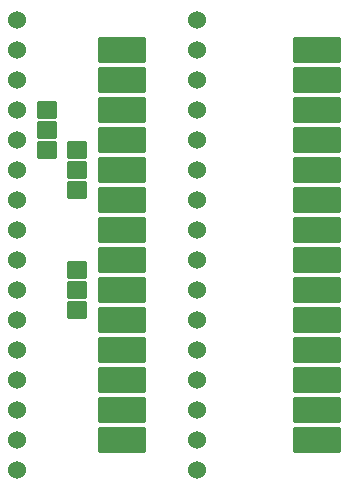
<source format=gbs>
G04 #@! TF.GenerationSoftware,KiCad,Pcbnew,(6.0.8)*
G04 #@! TF.CreationDate,2023-03-23T08:33:07-06:00*
G04 #@! TF.ProjectId,Havoc6295_2_0.kicad_pro,4861766f-6336-4323-9935-5f325f302e6b,rev?*
G04 #@! TF.SameCoordinates,Original*
G04 #@! TF.FileFunction,Soldermask,Bot*
G04 #@! TF.FilePolarity,Negative*
%FSLAX46Y46*%
G04 Gerber Fmt 4.6, Leading zero omitted, Abs format (unit mm)*
G04 Created by KiCad (PCBNEW (6.0.8)) date 2023-03-23 08:33:07*
%MOMM*%
%LPD*%
G01*
G04 APERTURE LIST*
G04 Aperture macros list*
%AMRoundRect*
0 Rectangle with rounded corners*
0 $1 Rounding radius*
0 $2 $3 $4 $5 $6 $7 $8 $9 X,Y pos of 4 corners*
0 Add a 4 corners polygon primitive as box body*
4,1,4,$2,$3,$4,$5,$6,$7,$8,$9,$2,$3,0*
0 Add four circle primitives for the rounded corners*
1,1,$1+$1,$2,$3*
1,1,$1+$1,$4,$5*
1,1,$1+$1,$6,$7*
1,1,$1+$1,$8,$9*
0 Add four rect primitives between the rounded corners*
20,1,$1+$1,$2,$3,$4,$5,0*
20,1,$1+$1,$4,$5,$6,$7,0*
20,1,$1+$1,$6,$7,$8,$9,0*
20,1,$1+$1,$8,$9,$2,$3,0*%
G04 Aperture macros list end*
%ADD10C,1.524000*%
%ADD11RoundRect,0.101600X-1.905000X-0.965200X1.905000X-0.965200X1.905000X0.965200X-1.905000X0.965200X0*%
%ADD12RoundRect,0.101600X1.905000X0.965200X-1.905000X0.965200X-1.905000X-0.965200X1.905000X-0.965200X0*%
%ADD13RoundRect,0.101600X-0.750000X0.650000X-0.750000X-0.650000X0.750000X-0.650000X0.750000X0.650000X0*%
%ADD14RoundRect,0.101600X0.750000X-0.650000X0.750000X0.650000X-0.750000X0.650000X-0.750000X-0.650000X0*%
G04 APERTURE END LIST*
D10*
X134531100Y-71475600D03*
X134531100Y-74015600D03*
X134531100Y-76555600D03*
X134531100Y-79095600D03*
X134531100Y-81635600D03*
X134531100Y-84175600D03*
X134531100Y-86715600D03*
X134531100Y-89255600D03*
X134531100Y-91795600D03*
X134531100Y-94335600D03*
X134531100Y-96875600D03*
X134531100Y-99415600D03*
X134531100Y-101955600D03*
X134531100Y-104495600D03*
X134531100Y-107035600D03*
X134531100Y-109575600D03*
X149771100Y-109575600D03*
X149771100Y-107035600D03*
X149771100Y-104495600D03*
X149771100Y-101955600D03*
X149771100Y-99415600D03*
X149771100Y-96875600D03*
X149771100Y-94335600D03*
X149771100Y-91795600D03*
X149771100Y-89255600D03*
X149771100Y-86715600D03*
X149771100Y-84175600D03*
X149771100Y-81635600D03*
X149771100Y-79095600D03*
X149771100Y-76555600D03*
X149771100Y-74015600D03*
X149771100Y-71475600D03*
D11*
X143421100Y-74015600D03*
D12*
X143421100Y-76555600D03*
X143421100Y-79095600D03*
X143421100Y-81635600D03*
X143421100Y-84175600D03*
X143421100Y-86715600D03*
X143421100Y-89255600D03*
X143421100Y-91795600D03*
X143421100Y-94335600D03*
X143421100Y-96875600D03*
X143421100Y-99415600D03*
X143421100Y-101955600D03*
X143421100Y-104495600D03*
X143421100Y-107035600D03*
X159931100Y-107035600D03*
X159931100Y-104495600D03*
X159931100Y-101955600D03*
X159931100Y-99415600D03*
X159931100Y-96875600D03*
X159931100Y-94335600D03*
X159931100Y-91795600D03*
X159931100Y-89255600D03*
X159931100Y-86715600D03*
X159931100Y-84175600D03*
X159931100Y-81635600D03*
X159931100Y-79095600D03*
X159931100Y-76555600D03*
X159931100Y-74015600D03*
D13*
X139611100Y-82475600D03*
X139611100Y-84175600D03*
X139611100Y-85875600D03*
X137071100Y-79046600D03*
X137071100Y-80746600D03*
X137071100Y-82446600D03*
D14*
X139611100Y-96035600D03*
X139611100Y-94335600D03*
X139611100Y-92635600D03*
M02*

</source>
